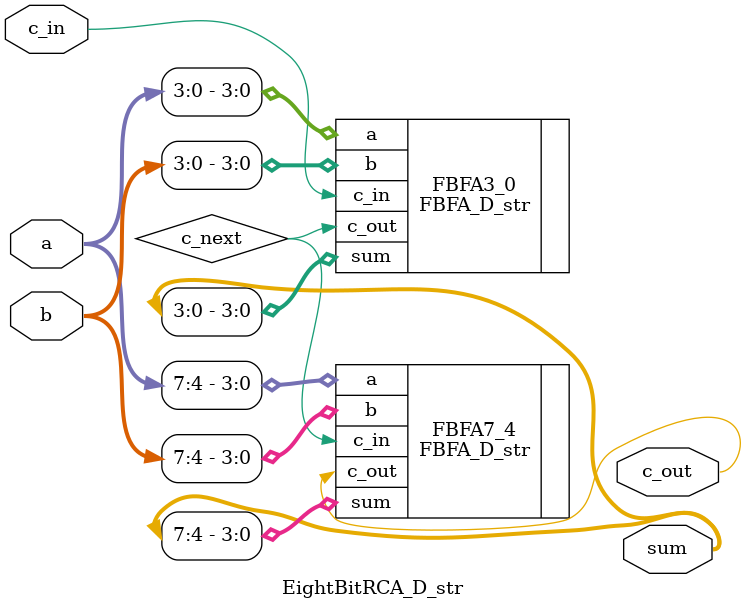
<source format=v>
`timescale 1ns / 1ps

// Delayed 8-bit ripple carry adder
module EightBitRCA_D_str(
    output c_out,
    output [7:0] sum,
    input [7:0] a,
    input [7:0] b,
    input c_in
    );
    
    wire c_next;            // the carry out of the 4-bit adder that sums bits 3-0 of a and b
    
    //compute sum using 2 4-bit RCA's
    FBFA_D_str      FBFA3_0     (.c_out(c_next), .sum(sum[3:0]), .a(a[3:0]), .b(b[3:0]), .c_in(c_in));       // compute sum of bits 3-0 of a and b with c_in using a 4-bit RCA
    FBFA_D_str      FBFA7_4     (.c_out(c_out), .sum(sum[7:4]), .a(a[7:4]), .b(b[7:4]), .c_in(c_next));      // compute sum of bits 7-4 of a and b with c_next using a 4-bit RCA  
    
endmodule
</source>
